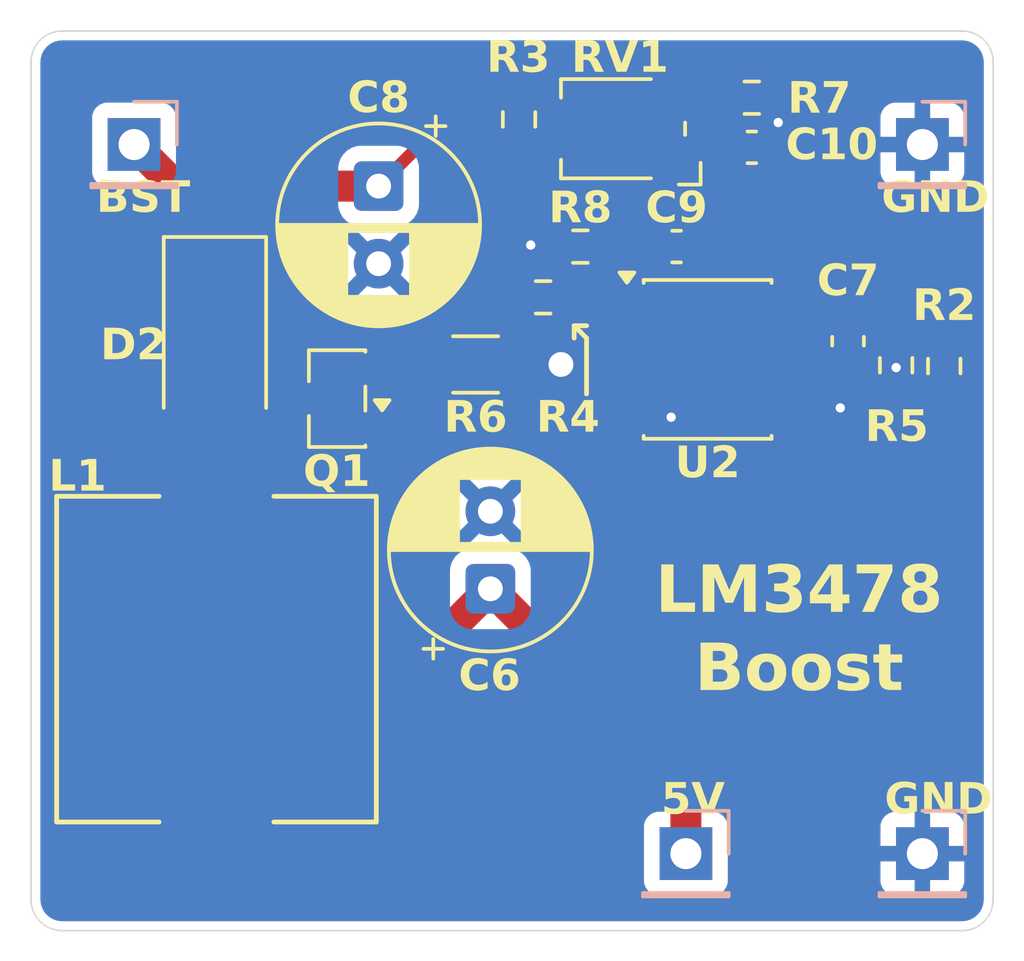
<source format=kicad_pcb>
(kicad_pcb (version 20241229) (generator "pcbnew") (generator_version "9.0")
  (title_block (title "Boost Converter Dev Board") (date "2025-11-28") (rev "2"))
  (layers (0 "F.Cu" signal) (2 "B.Cu" signal) (13 "F.Paste" user) (15 "B.Paste" user) (5 "F.SilkS" user "F.Silkscreen") (7 "B.SilkS" user "B.Silkscreen") (1 "F.Mask" user) (3 "B.Mask" user) (25 "Edge.Cuts" user))
  (net 0 "")
  (net 1 "GND")
  (net 2 "+5V")
  (net 3 "+50V")
  (net 4 "/VIN")
  (net 5 "Net-(R3-Pad2)")
  (net 6 "/COMP")
  (net 7 "/FB")
  (net 8 "/SW_NODE")
  (net 9 "/G_DR")
  (net 10 "/SRC")
  (net 11 "/I_SEN")
  (net 12 "Net-(C9-Pad2)")
  (net 13 "/FA")
  (footprint "Capacitor_THT:CP_Radial_D6.3mm_P2.50mm" (layer "F.Cu") (at 155.2 75 -90)
    (property "Reference" "C8" (at -2.8 0 0) (layer "F.SilkS") (effects (font (thickness 0.2) (bold yes))))
    (property "Value" "22u" (hide yes))
    (fp_line (start 1.49 1.04) (end 1.49 3.221) (stroke (width 0.12)) (layer "F.SilkS"))
    (fp_line (start 1.53 1.04) (end 1.53 3.218) (stroke (width 0.12)) (layer "F.SilkS"))
    (fp_line (start 1.57 1.04) (end 1.57 3.214) (stroke (width 0.12)) (layer "F.SilkS"))
    (fp_line (start 1.61 1.04) (end 1.61 3.21) (stroke (width 0.12)) (layer "F.SilkS"))
    (fp_line (start 1.65 1.04) (end 1.65 3.205) (stroke (width 0.12)) (layer "F.SilkS"))
    (fp_line (start 1.69 1.04) (end 1.69 3.2) (stroke (width 0.12)) (layer "F.SilkS"))
    (fp_line (start 1.73 1.04) (end 1.73 3.195) (stroke (width 0.12)) (layer "F.SilkS"))
    (fp_line (start 1.77 1.04) (end 1.77 3.188) (stroke (width 0.12)) (layer "F.SilkS"))
    (fp_line (start 1.81 1.04) (end 1.81 3.182) (stroke (width 0.12)) (layer "F.SilkS"))
    (fp_line (start 1.85 1.04) (end 1.85 3.174) (stroke (width 0.12)) (layer "F.SilkS"))
    (fp_line (start 1.89 1.04) (end 1.89 3.167) (stroke (width 0.12)) (layer "F.SilkS"))
    (fp_line (start 1.93 1.04) (end 1.93 3.159) (stroke (width 0.12)) (layer "F.SilkS"))
    (fp_line (start 1.97 1.04) (end 1.97 3.15) (stroke (width 0.12)) (layer "F.SilkS"))
    (fp_line (start 2.01 1.04) (end 2.01 3.14) (stroke (width 0.12)) (layer "F.SilkS"))
    (fp_line (start 2.05 1.04) (end 2.05 3.131) (stroke (width 0.12)) (layer "F.SilkS"))
    (fp_line (start 2.09 1.04) (end 2.09 3.12) (stroke (width 0.12)) (layer "F.SilkS"))
    (fp_line (start 2.13 1.04) (end 2.13 3.109) (stroke (width 0.12)) (layer "F.SilkS"))
    (fp_line (start 2.17 1.04) (end 2.17 3.098) (stroke (width 0.12)) (layer "F.SilkS"))
    (fp_line (start 2.21 1.04) (end 2.21 3.086) (stroke (width 0.12)) (layer "F.SilkS"))
    (fp_line (start 2.25 1.04) (end 2.25 3.073) (stroke (width 0.12)) (layer "F.SilkS"))
    (fp_line (start 2.29 1.04) (end 2.29 3.06) (stroke (width 0.12)) (layer "F.SilkS"))
    (fp_line (start 2.33 1.04) (end 2.33 3.047) (stroke (width 0.12)) (layer "F.SilkS"))
    (fp_line (start 2.37 1.04) (end 2.37 3.032) (stroke (width 0.12)) (layer "F.SilkS"))
    (fp_line (start 2.41 1.04) (end 2.41 3.017) (stroke (width 0.12)) (layer "F.SilkS"))
    (fp_line (start 2.45 1.04) (end 2.45 3.002) (stroke (width 0.12)) (layer "F.SilkS"))
    (fp_line (start 2.49 1.04) (end 2.49 2.986) (stroke (width 0.12)) (layer "F.SilkS"))
    (fp_line (start 2.53 1.04) (end 2.53 2.969) (stroke (width 0.12)) (layer "F.SilkS"))
    (fp_line (start 2.57 1.04) (end 2.57 2.952) (stroke (width 0.12)) (layer "F.SilkS"))
    (fp_line (start 2.61 1.04) (end 2.61 2.934) (stroke (width 0.12)) (layer "F.SilkS"))
    (fp_line (start 2.65 1.04) (end 2.65 2.915) (stroke (width 0.12)) (layer "F.SilkS"))
    (fp_line (start 2.69 1.04) (end 2.69 2.896) (stroke (width 0.12)) (layer "F.SilkS"))
    (fp_line (start 2.73 1.04) (end 2.73 2.876) (stroke (width 0.12)) (layer "F.SilkS"))
    (fp_line (start 2.77 1.04) (end 2.77 2.855) (stroke (width 0.12)) (layer "F.SilkS"))
    (fp_line (start 2.81 1.04) (end 2.81 2.834) (stroke (width 0.12)) (layer "F.SilkS"))
    (fp_line (start 2.85 1.04) (end 2.85 2.812) (stroke (width 0.12)) (layer "F.SilkS"))
    (fp_line (start 2.89 1.04) (end 2.89 2.789) (stroke (width 0.12)) (layer "F.SilkS"))
    (fp_line (start 2.93 1.04) (end 2.93 2.765) (stroke (width 0.12)) (layer "F.SilkS"))
    (fp_line (start 2.97 1.04) (end 2.97 2.741) (stroke (width 0.12)) (layer "F.SilkS"))
    (fp_line (start 3.01 1.04) (end 3.01 2.716) (stroke (width 0.12)) (layer "F.SilkS"))
    (fp_line (start 3.05 1.04) (end 3.05 2.69) (stroke (width 0.12)) (layer "F.SilkS"))
    (fp_line (start 3.09 1.04) (end 3.09 2.663) (stroke (width 0.12)) (layer "F.SilkS"))
    (fp_line (start 3.13 1.04) (end 3.13 2.636) (stroke (width 0.12)) (layer "F.SilkS"))
    (fp_line (start 3.17 1.04) (end 3.17 2.607) (stroke (width 0.12)) (layer "F.SilkS"))
    (fp_line (start 3.21 1.04) (end 3.21 2.577) (stroke (width 0.12)) (layer "F.SilkS"))
    (fp_line (start 3.25 1.04) (end 3.25 2.547) (stroke (width 0.12)) (layer "F.SilkS"))
    (fp_line (start 3.29 1.04) (end 3.29 2.516) (stroke (width 0.12)) (layer "F.SilkS"))
    (fp_line (start 3.33 1.04) (end 3.33 2.483) (stroke (width 0.12)) (layer "F.SilkS"))
    (fp_line (start 3.37 1.04) (end 3.37 2.45) (stroke (width 0.12)) (layer "F.SilkS"))
    (fp_line (start 3.41 1.04) (end 3.41 2.415) (stroke (width 0.12)) (layer "F.SilkS"))
    (fp_line (start 3.45 1.04) (end 3.45 2.379) (stroke (width 0.12)) (layer "F.SilkS"))
    (fp_line (start 3.49 1.04) (end 3.49 2.342) (stroke (width 0.12)) (layer "F.SilkS"))
    (fp_line (start 3.53 1.04) (end 3.53 2.304) (stroke (width 0.12)) (layer "F.SilkS"))
    (fp_line (start 4.49 -0.402) (end 4.49 0.402) (stroke (width 0.12)) (layer "F.SilkS"))
    (fp_line (start 4.45 -0.633) (end 4.45 0.633) (stroke (width 0.12)) (layer "F.SilkS"))
    (fp_line (start 4.41 -0.801) (end 4.41 0.801) (stroke (width 0.12)) (layer "F.SilkS"))
    (fp_line (start 4.37 -0.939) (end 4.37 0.939) (stroke (width 0.12)) (layer "F.SilkS"))
    (fp_line (start 4.33 -1.058) (end 4.33 1.058) (stroke (width 0.12)) (layer "F.SilkS"))
    (fp_line (start 4.29 -1.165) (end 4.29 1.165) (stroke (width 0.12)) (layer "F.SilkS"))
    (fp_line (start 4.25 -1.261) (end 4.25 1.261) (stroke (width 0.12)) (layer "F.SilkS"))
    (fp_line (start 4.21 -1.35) (end 4.21 1.35) (stroke (width 0.12)) (layer "F.SilkS"))
    (fp_line (start 4.17 -1.432) (end 4.17 1.432) (stroke (width 0.12)) (layer "F.SilkS"))
    (fp_line (start 4.13 -1.509) (end 4.13 1.509) (stroke (width 0.12)) (layer "F.SilkS"))
    (fp_line (start 4.09 -1.581) (end 4.09 1.581) (stroke (width 0.12)) (layer "F.SilkS"))
    (fp_line (start 4.05 -1.649) (end 4.05 1.649) (stroke (width 0.12)) (layer "F.SilkS"))
    (fp_line (start 4.01 -1.714) (end 4.01 1.714) (stroke (width 0.12)) (layer "F.SilkS"))
    (fp_line (start 3.97 -1.775) (end 3.97 1.775) (stroke (width 0.12)) (layer "F.SilkS"))
    (fp_line (start 3.93 -1.834) (end 3.93 1.834) (stroke (width 0.12)) (layer "F.SilkS"))
    (fp_line (start -2.250241 -1.839) (end -1.620241 -1.839) (stroke (width 0.12)) (layer "F.SilkS"))
    (fp_line (start 3.89 -1.89) (end 3.89 1.89) (stroke (width 0.12)) (layer "F.SilkS"))
    (fp_line (start 3.85 -1.943) (end 3.85 1.943) (stroke (width 0.12)) (layer "F.SilkS"))
    (fp_line (start 3.81 -1.995) (end 3.81 1.995) (stroke (width 0.12)) (layer "F.SilkS"))
    (fp_line (start 3.77 -2.044) (end 3.77 2.044) (stroke (width 0.12)) (layer "F.SilkS"))
    (fp_line (start 3.73 -2.091) (end 3.73 2.091) (stroke (width 0.12)) (layer "F.SilkS"))
    (fp_line (start 3.69 -2.137) (end 3.69 2.137) (stroke (width 0.12)) (layer "F.SilkS"))
    (fp_line (start -1.935241 -2.154) (end -1.935241 -1.524) (stroke (width 0.12)) (layer "F.SilkS"))
    (fp_line (start 3.65 -2.181) (end 3.65 2.181) (stroke (width 0.12)) (layer "F.SilkS"))
    (fp_line (start 3.61 -2.223) (end 3.61 2.223) (stroke (width 0.12)) (layer "F.SilkS"))
    (fp_line (start 3.57 -2.264) (end 3.57 2.264) (stroke (width 0.12)) (layer "F.SilkS"))
    (fp_line (start 3.53 -2.304) (end 3.53 -1.04) (stroke (width 0.12)) (layer "F.SilkS"))
    (fp_line (start 3.49 -2.342) (end 3.49 -1.04) (stroke (width 0.12)) (layer "F.SilkS"))
    (fp_line (start 3.45 -2.379) (end 3.45 -1.04) (stroke (width 0.12)) (layer "F.SilkS"))
    (fp_line (start 3.41 -2.415) (end 3.41 -1.04) (stroke (width 0.12)) (layer "F.SilkS"))
    (fp_line (start 3.37 -2.45) (end 3.37 -1.04) (stroke (width 0.12)) (layer "F.SilkS"))
    (fp_line (start 3.33 -2.483) (end 3.33 -1.04) (stroke (width 0.12)) (layer "F.SilkS"))
    (fp_line (start 3.29 -2.516) (end 3.29 -1.04) (stroke (width 0.12)) (layer "F.SilkS"))
    (fp_line (start 3.25 -2.547) (end 3.25 -1.04) (stroke (width 0.12)) (layer "F.SilkS"))
    (fp_line (start 3.21 -2.577) (end 3.21 -1.04) (stroke (width 0.12)) (layer "F.SilkS"))
    (fp_line (start 3.17 -2.607) (end 3.17 -1.04) (stroke (width 0.12)) (layer "F.SilkS"))
    (fp_line (start 3.13 -2.636) (end 3.13 -1.04) (stroke (width 0.12)) (layer "F.SilkS"))
    (fp_line (start 3.09 -2.663) (end 3.09 -1.04) (stroke (width 0.12)) (layer "F.SilkS"))
    (fp_line (start 3.05 -2.69) (end 3.05 -1.04) (stroke (width 0.12)) (layer "F.SilkS"))
    (fp_line (start 3.01 -2.716) (end 3.01 -1.04) (stroke (width 0.12)) (layer "F.SilkS"))
    (fp_line (start 2.97 -2.741) (end 2.97 -1.04) (stroke (width 0.12)) (layer "F.SilkS"))
    (fp_line (start 2.93 -2.765) (end 2.93 -1.04) (stroke (width 0.12)) (layer "F.SilkS"))
    (fp_line (start 2.89 -2.789) (end 2.89 -1.04) (stroke (width 0.12)) (layer "F.SilkS"))
    (fp_line (start 2.85 -2.812) (end 2.85 -1.04) (stroke (width 0.12)) (layer "F.SilkS"))
    (fp_line (start 2.81 -2.834) (end 2.81 -1.04) (stroke (width 0.12)) (layer "F.SilkS"))
    (fp_line (start 2.77 -2.855) (end 2.77 -1.04) (stroke (width 0.12)) (layer "F.SilkS"))
    (fp_line (start 2.73 -2.876) (end 2.73 -1.04) (stroke (width 0.12)) (layer "F.SilkS"))
    (fp_line (start 2.69 -2.896) (end 2.69 -1.04) (stroke (width 0.12)) (layer "F.SilkS"))
    (fp_line (start 2.65 -2.915) (end 2.65 -1.04) (stroke (width 0.12)) (layer "F.SilkS"))
    (fp_line (start 2.61 -2.934) (end 2.61 -1.04) (stroke (width 0.12)) (layer "F.SilkS"))
    (fp_line (start 2.57 -2.952) (end 2.57 -1.04) (stroke (width 0.12)) (layer "F.SilkS"))
    (fp_line (start 2.53 -2.969) (end 2.53 -1.04) (stroke (width 0.12)) (layer "F.SilkS"))
    (fp_line (start 2.49 -2.986) (end 2.49 -1.04) (stroke (width 0.12)) (layer "F.SilkS"))
    (fp_line (start 2.45 -3.002) (end 2.45 -1.04) (stroke (width 0.12)) (layer "F.SilkS"))
    (fp_line (start 2.41 -3.017) (end 2.41 -1.04) (stroke (width 0.12)) (layer "F.SilkS"))
    (fp_line (start 2.37 -3.032) (end 2.37 -1.04) (stroke (width 0.12)) (layer "F.SilkS"))
    (fp_line (start 2.33 -3.047) (end 2.33 -1.04) (stroke (width 0.12)) (layer "F.SilkS"))
    (fp_line (start 2.29 -3.06) (end 2.29 -1.04) (stroke (width 0.12)) (layer "F.SilkS"))
    (fp_line (start 2.25 -3.073) (end 2.25 -1.04) (stroke (width 0.12)) (layer "F.SilkS"))
    (fp_line (start 2.21 -3.086) (end 2.21 -1.04) (stroke (width 0.12)) (layer "F.SilkS"))
    (fp_line (start 2.17 -3.098) (end 2.17 -1.04) (stroke (width 0.12)) (layer "F.SilkS"))
    (fp_line (start 2.13 -3.109) (end 2.13 -1.04) (stroke (width 0.12)) (layer "F.SilkS"))
    (fp_line (start 2.09 -3.12) (end 2.09 -1.04) (stroke (width 0.12)) (layer "F.SilkS"))
    (fp_line (start 2.05 -3.131) (end 2.05 -1.04) (stroke (width 0.12)) (layer "F.SilkS"))
    (fp_line (start 2.01 -3.14) (end 2.01 -1.04) (stroke (width 0.12)) (layer "F.SilkS"))
    (fp_line (start 1.97 -3.15) (end 1.97 -1.04) (stroke (width 0.12)) (layer "F.SilkS"))
    (fp_line (start 1.93 -3.159) (end 1.93 -1.04) (stroke (width 0.12)) (layer "F.SilkS"))
    (fp_line (start 1.89 -3.167) (end 1.89 -1.04) (stroke (width 0.12)) (layer "F.SilkS"))
    (fp_line (start 1.85 -3.174) (end 1.85 -1.04) (stroke (width 0.12)) (layer "F.SilkS"))
    (fp_line (start 1.81 -3.182) (end 1.81 -1.04) (stroke (width 0.12)) (layer "F.SilkS"))
    (fp_line (start 1.77 -3.188) (end 1.77 -1.04) (stroke (width 0.12)) (layer "F.SilkS"))
    (fp_line (start 1.73 -3.195) (end 1.73 -1.04) (stroke (width 0.12)) (layer "F.SilkS"))
    (fp_line (start 1.69 -3.2) (end 1.69 -1.04) (stroke (width 0.12)) (layer "F.SilkS"))
    (fp_line (start 1.65 -3.205) (end 1.65 -1.04) (stroke (width 0.12)) (layer "F.SilkS"))
    (fp_line (start 1.61 -3.21) (end 1.61 -1.04) (stroke (width 0.12)) (layer "F.SilkS"))
    (fp_line (start 1.57 -3.214) (end 1.57 -1.04) (stroke (width 0.12)) (layer "F.SilkS"))
    (fp_line (start 1.53 -3.218) (end 1.53 -1.04) (stroke (width 0.12)) (layer "F.SilkS"))
    (fp_line (start 1.49 -3.221) (end 1.49 -1.04) (stroke (width 0.12)) (layer "F.SilkS"))
    (fp_line (start 1.45 -3.224) (end 1.45 3.224) (stroke (width 0.12)) (layer "F.SilkS"))
    (fp_line (start 1.41 -3.226) (end 1.41 3.226) (stroke (width 0.12)) (layer "F.SilkS"))
    (fp_line (start 1.37 -3.228) (end 1.37 3.228) (stroke (width 0.12)) (layer "F.SilkS"))
    (fp_line (start 1.33 -3.229) (end 1.33 3.229) (stroke (width 0.12)) (layer "F.SilkS"))
    (fp_line (start 1.25 -3.23) (end 1.25 3.23) (stroke (width 0.12)) (layer "F.SilkS"))
    (fp_line (start 1.29 -3.23) (end 1.29 3.23) (stroke (width 0.12)) (layer "F.SilkS"))
    (fp_circle (center 1.25 0) (end 4.52 0) (stroke (width 0.12)) (fill no) (layer "F.SilkS"))
    (pad "1" thru_hole roundrect (at 0 0 270) (size 1.6 1.6) (drill 0.8) (layers "*.Cu" "*.Mask") (roundrect_rratio 0.15625) (net 3 "+50V"))
    (pad "2" thru_hole circle (at 2.5 0 270) (size 1.6 1.6) (drill 0.8) (layers "*.Cu" "*.Mask") (net 1 "GND"))
  )
  (footprint "Capacitor_THT:CP_Radial_D6.3mm_P2.50mm" (layer "F.Cu") (at 158.8 87.98238 90)
    (property "Reference" "C6" (at -2.85 -0.025 0) (layer "F.SilkS") (effects (font (thickness 0.2) (bold yes))))
    (property "Value" "22u" (hide yes))
    (fp_line (start 1.29 -3.23) (end 1.29 3.23) (stroke (width 0.12)) (layer "F.SilkS"))
    (fp_line (start 1.25 -3.23) (end 1.25 3.23) (stroke (width 0.12)) (layer "F.SilkS"))
    (fp_line (start 1.33 -3.229) (end 1.33 3.229) (stroke (width 0.12)) (layer "F.SilkS"))
    (fp_line (start 1.37 -3.228) (end 1.37 3.228) (stroke (width 0.12)) (layer "F.SilkS"))
    (fp_line (start 1.41 -3.226) (end 1.41 3.226) (stroke (width 0.12)) (layer "F.SilkS"))
    (fp_line (start 1.45 -3.224) (end 1.45 3.224) (stroke (width 0.12)) (layer "F.SilkS"))
    (fp_line (start 1.49 -3.221) (end 1.49 -1.04) (stroke (width 0.12)) (layer "F.SilkS"))
    (fp_line (start 1.53 -3.218) (end 1.53 -1.04) (stroke (width 0.12)) (layer "F.SilkS"))
    (fp_line (start 1.57 -3.214) (end 1.57 -1.04) (stroke (width 0.12)) (layer "F.SilkS"))
    (fp_line (start 1.61 -3.21) (end 1.61 -1.04) (stroke (width 0.12)) (layer "F.SilkS"))
    (fp_line (start 1.65 -3.205) (end 1.65 -1.04) (stroke (width 0.12)) (layer "F.SilkS"))
    (fp_line (start 1.69 -3.2) (end 1.69 -1.04) (stroke (width 0.12)) (layer "F.SilkS"))
    (fp_line (start 1.73 -3.195) (end 1.73 -1.04) (stroke (width 0.12)) (layer "F.SilkS"))
    (fp_line (start 1.77 -3.188) (end 1.77 -1.04) (stroke (width 0.12)) (layer "F.SilkS"))
    (fp_line (start 1.81 -3.182) (end 1.81 -1.04) (stroke (width 0.12)) (layer "F.SilkS"))
    (fp_line (start 1.85 -3.174) (end 1.85 -1.04) (stroke (width 0.12)) (layer "F.SilkS"))
    (fp_line (start 1.89 -3.167) (end 1.89 -1.04) (stroke (width 0.12)) (layer "F.SilkS"))
    (fp_line (start 1.93 -3.159) (end 1.93 -1.04) (stroke (width 0.12)) (layer "F.SilkS"))
    (fp_line (start 1.97 -3.15) (end 1.97 -1.04) (stroke (width 0.12)) (layer "F.SilkS"))
    (fp_line (start 2.01 -3.14) (end 2.01 -1.04) (stroke (width 0.12)) (layer "F.SilkS"))
    (fp_line (start 2.05 -3.131) (end 2.05 -1.04) (stroke (width 0.12)) (layer "F.SilkS"))
    (fp_line (start 2.09 -3.12) (end 2.09 -1.04) (stroke (width 0.12)) (layer "F.SilkS"))
    (fp_line (start 2.13 -3.109) (end 2.13 -1.04) (stroke (width 0.12)) (layer "F.SilkS"))
    (fp_line (start 2.17 -3.098) (end 2.17 -1.04) (stroke (width 0.12)) (layer "F.SilkS"))
    (fp_line (start 2.21 -3.086) (end 2.21 -1.04) (stroke (width 0.12)) (layer "F.SilkS"))
    (fp_line (start 2.25 -3.073) (end 2.25 -1.04) (stroke (width 0.12)) (layer "F.SilkS"))
    (fp_line (start 2.29 -3.06) (end 2.29 -1.04) (stroke (width 0.12)) (layer "F.SilkS"))
    (fp_line (start 2.33 -3.047) (end 2.33 -1.04) (stroke (width 0.12)) (layer "F.SilkS"))
    (fp_line (start 2.37 -3.032) (end 2.37 -1.04) (stroke (width 0.12)) (layer "F.SilkS"))
    (fp_line (start 2.41 -3.017) (end 2.41 -1.04) (stroke (width 0.12)) (layer "F.SilkS"))
    (fp_line (start 2.45 -3.002) (end 2.45 -1.04) (stroke (width 0.12)) (layer "F.SilkS"))
    (fp_line (start 2.49 -2.986) (end 2.49 -1.04) (stroke (width 0.12)) (layer "F.SilkS"))
    (fp_line (start 2.53 -2.969) (end 2.53 -1.04) (stroke (width 0.12)) (layer "F.SilkS"))
    (fp_line (start 2.57 -2.952) (end 2.57 -1.04) (stroke (width 0.12)) (layer "F.SilkS"))
    (fp_line (start 2.61 -2.934) (end 2.61 -1.04) (stroke (width 0.12)) (layer "F.SilkS"))
    (fp_line (start 2.65 -2.915) (end 2.65 -1.04) (stroke (width 0.12)) (layer "F.SilkS"))
    (fp_line (start 2.69 -2.896) (end 2.69 -1.04) (stroke (width 0.12)) (layer "F.SilkS"))
    (fp_line (start 2.73 -2.876) (end 2.73 -1.04) (stroke (width 0.12)) (layer "F.SilkS"))
    (fp_line (start 2.77 -2.855) (end 2.77 -1.04) (stroke (width 0.12)) (layer "F.SilkS"))
    (fp_line (start 2.81 -2.834) (end 2.81 -1.04) (stroke (width 0.12)) (layer "F.SilkS"))
    (fp_line (start 2.85 -2.812) (end 2.85 -1.04) (stroke (width 0.12)) (layer "F.SilkS"))
    (fp_line (start 2.89 -2.789) (end 2.89 -1.04) (stroke (width 0.12)) (layer "F.SilkS"))
    (fp_line (start 2.93 -2.765) (end 2.93 -1.04) (stroke (width 0.12)) (layer "F.SilkS"))
    (fp_line (start 2.97 -2.741) (end 2.97 -1.04) (stroke (width 0.12)) (layer "F.SilkS"))
    (fp_line (start 3.01 -2.716) (end 3.01 -1.04) (stroke (width 0.12)) (layer "F.SilkS"))
    (fp_line (start 3.05 -2.69) (end 3.05 -1.04) (stroke (width 0.12)) (layer "F.SilkS"))
    (fp_line (start 3.09 -2.663) (end 3.09 -1.04) (stroke (width 0.12)) (layer "F.SilkS"))
    (fp_line (start 3.13 -2.636) (end 3.13 -1.04) (stroke (width 0.12)) (layer "F.SilkS"))
    (fp_line (start 3.17 -2.607) (end 3.17 -1.04) (stroke (width 0.12)) (layer "F.SilkS"))
    (fp_line (start 3.21 -2.577) (end 3.21 -1.04) (stroke (width 0.12)) (layer "F.SilkS"))
    (fp_line (start 3.25 -2.547) (end 3.25 -1.04) (stroke (width 0.12)) (layer "F.SilkS"))
    (fp_line (start 3.29 -2.516) (end 3.29 -1.04) (stroke (width 0.12)) (layer "F.SilkS"))
    (fp_line (start 3.33 -2.483) (end 3.33 -1.04) (stroke (width 0.12)) (layer "F.SilkS"))
    (fp_line (start 3.37 -2.45) (end 3.37 -1.04) (stroke (width 0.12)) (layer "F.SilkS"))
    (fp_line (start 3.41 -2.415) (end 3.41 -1.04) (stroke (width 0.12)) (layer "F.SilkS"))
    (fp_line (start 3.45 -2.379) (end 3.45 -1.04) (stroke (width 0.12)) (layer "F.SilkS"))
    (fp_line (start 3.49 -2.342) (end 3.49 -1.04) (stroke (width 0.12)) (layer "F.SilkS"))
    (fp_line (start 3.53 -2.304) (end 3.53 -1.04) (stroke (width 0.12)) (layer "F.SilkS"))
    (fp_line (start 3.57 -2.264) (end 3.57 2.264) (stroke (width 0.12)) (layer "F.SilkS"))
    (fp_line (start 3.61 -2.223) (end 3.61 2.223) (stroke (width 0.12)) (layer "F.SilkS"))
    (fp_line (start 3.65 -2.181) (end 3.65 2.181) (stroke (width 0.12)) (layer "F.SilkS"))
    (fp_line (start -1.935241 -2.154) (end -1.935241 -1.524) (stroke (width 0.12)) (layer "F.SilkS"))
    (fp_line (start 3.69 -2.137) (end 3.69 2.137) (stroke (width 0.12)) (layer "F.SilkS"))
    (fp_line (start 3.73 -2.091) (end 3.73 2.091) (stroke (width 0.12)) (layer "F.SilkS"))
    (fp_line (start 3.77 -2.044) (end 3.77 2.044) (stroke (width 0.12)) (layer "F.SilkS"))
    (fp_line (start 3.81 -1.995) (end 3.81 1.995) (stroke (width 0.12)) (layer "F.SilkS"))
    (fp_line (start 3.85 -1.943) (end 3.85 1.943) (stroke (width 0.12)) (layer "F.SilkS"))
    (fp_line (start 3.89 -1.89) (end 3.89 1.89) (stroke (width 0.12)) (layer "F.SilkS"))
    (fp_line (start -2.250241 -1.839) (end -1.620241 -1.839) (stroke (width 0.12)) (layer "F.SilkS"))
    (fp_line (start 3.93 -1.834) (end 3.93 1.834) (stroke (width 0.12)) (layer "F.SilkS"))
    (fp_line (start 3.97 -1.775) (end 3.97 1.775) (stroke (width 0.12)) (layer "F.SilkS"))
    (fp_line (start 4.01 -1.714) (end 4.01 1.714) (stroke (width 0.12)) (layer "F.SilkS"))
    (fp_line (start 4.05 -1.649) (end 4.05 1.649) (stroke (width 0.12)) (layer "F.SilkS"))
    (fp_line (start 4.09 -1.581) (end 4.09 1.581) (stroke (width 0.12)) (layer "F.SilkS"))
    (fp_line (start 4.13 -1.509) (end 4.13 1.509) (stroke (width 0.12)) (layer "F.SilkS"))
    (fp_line (start 4.17 -1.432) (end 4.17 1.432) (stroke (width 0.12)) (layer "F.SilkS"))
    (fp_line (start 4.21 -1.35) (end 4.21 1.35) (stroke (width 0.12)) (layer "F.SilkS"))
    (fp_line (start 4.25 -1.261) (end 4.25 1.261) (stroke (width 0.12)) (layer "F.SilkS"))
    (fp_line (start 4.29 -1.165) (end 4.29 1.165) (stroke (width 0.12)) (layer "F.SilkS"))
    (fp_line (start 4.33 -1.058) (end 4.33 1.058) (stroke (width 0.12)) (layer "F.SilkS"))
    (fp_line (start 4.37 -0.939) (end 4.37 0.939) (stroke (width 0.12)) (layer "F.SilkS"))
    (fp_line (start 4.41 -0.801) (end 4.41 0.801) (stroke (width 0.12)) (layer "F.SilkS"))
    (fp_line (start 4.45 -0.633) (end 4.45 0.633) (stroke (width 0.12)) (layer "F.SilkS"))
    (fp_line (start 4.49 -0.402) (end 4.49 0.402) (stroke (width 0.12)) (layer "F.SilkS"))
    (fp_line (start 3.53 1.04) (end 3.53 2.304) (stroke (width 0.12)) (layer "F.SilkS"))
    (fp_line (start 3.49 1.04) (end 3.49 2.342) (stroke (width 0.12)) (layer "F.SilkS"))
    (fp_line (start 3.45 1.04) (end 3.45 2.379) (stroke (width 0.12)) (layer "F.SilkS"))
    (fp_line (start 3.41 1.04) (end 3.41 2.415) (stroke (width 0.12)) (layer "F.SilkS"))
    (fp_line (start 3.37 1.04) (end 3.37 2.45) (stroke (width 0.12)) (layer "F.SilkS"))
    (fp_line (start 3.33 1.04) (end 3.33 2.483) (stroke (width 0.12)) (layer "F.SilkS"))
    (fp_line (start 3.29 1.04) (end 3.29 2.516) (stroke (width 0.12)) (layer "F.SilkS"))
    (fp_line (start 3.25 1.04) (end 3.25 2.547) (stroke (width 0.12)) (layer "F.SilkS"))
    (fp_line (start 3.21 1.04) (end 3.21 2.577) (stroke (width 0.12)) (layer "F.SilkS"))
    (fp_line (start 3.17 1.04) (end 3.17 2.607) (stroke (width 0.12)) (layer "F.SilkS"))
    (fp_line (start 3.13 1.04) (end 3.13 2.636) (stroke (width 0.12)) (layer "F.SilkS"))
    (fp_line (start 3.09 1.04) (end 3.09 2.663) (stroke (width 0.12)) (layer "F.SilkS"))
    (fp_line (start 3.05 1.04) (end 3.05 2.69) (stroke (width 0.12)) (layer "F.SilkS"))
    (fp_line (start 3.01 1.04) (end 3.01 2.716) (stroke (width 0.12)) (layer "F.SilkS"))
    (fp_line (start 2.97 1.04) (end 2.97 2.741) (stroke (width 0.12)) (layer "F.SilkS"))
    (fp_line (start 2.93 1.04) (end 2.93 2.765) (stroke (width 0.12)) (layer "F.SilkS"))
    (fp_line (start 2.89 1.04) (end 2.89 2.789) (stroke (width 0.12)) (layer "F.SilkS"))
    (fp_line (start 2.85 1.04) (end 2.85 2.812) (stroke (width 0.12)) (layer "F.SilkS"))
    (fp_line (start 2.81 1.04) (end 2.81 2.834) (stroke (width 0.12)) (layer "F.SilkS"))
    (fp_line (start 2.77 1.04) (end 2.77 2.855) (stroke (width 0.12)) (layer "F.SilkS"))
    (fp_line (start 2.73 1.04) (end 2.73 2.876) (stroke (width 0.12)) (layer "F.SilkS"))
    (fp_line (start 2.69 1.04) (end 2.69 2.896) (stroke (width 0.12)) (layer "F.SilkS"))
    (fp_line (start 2.65 1.04) (end 2.65 2.915) (stroke (width 0.12)) (layer "F.SilkS"))
    (fp_line (start 2.61 1.04) (end 2.61 2.934) (stroke (width 0.12)) (layer "F.SilkS"))
    (fp_line (start 2.57 1.04) (end 2.57 2.952) (stroke (width 0.12)) (layer "F.SilkS"))
    (fp_line (start 2.53 1.04) (end 2.53 2.969) (stroke (width 0.12)) (layer "F.SilkS"))
    (fp_line (start 2.49 1.04) (end 2.49 2.986) (stroke (width 0.12)) (layer "F.SilkS"))
    (fp_line (start 2.45 1.04) (end 2.45 3.002) (stroke (width 0.12)) (layer "F.SilkS"))
    (fp_line (start 2.41 1.04) (end 2.41 3.017) (stroke (width 0.12)) (layer "F.SilkS"))
    (fp_line (start 2.37 1.04) (end 2.37 3.032) (stroke (width 0.12)) (layer "F.SilkS"))
    (fp_line (start 2.33 1.04) (end 2.33 3.047) (stroke (width 0.12)) (layer "F.SilkS"))
    (fp_line (start 2.29 1.04) (end 2.29 3.06) (stroke (width 0.12)) (layer "F.SilkS"))
    (fp_line (start 2.25 1.04) (end 2.25 3.073) (stroke (width 0.12)) (layer "F.SilkS"))
    (fp_line (start 2.21 1.04) (end 2.21 3.086) (stroke (width 0.12)) (layer "F.SilkS"))
    (fp_line (start 2.17 1.04) (end 2.17 3.098) (stroke (width 0.12)) (layer "F.SilkS"))
    (fp_line (start 2.13 1.04) (end 2.13 3.109) (stroke (width 0.12)) (layer "F.SilkS"))
    (fp_line (start 2.09 1.04) (end 2.09 3.12) (stroke (width 0.12)) (layer "F.SilkS"))
    (fp_line (start 2.05 1.04) (end 2.05 3.131) (stroke (width 0.12)) (layer "F.SilkS"))
    (fp_line (start 2.01 1.04) (end 2.01 3.14) (stroke (width 0.12)) (layer "F.SilkS"))
    (fp_line (start 1.97 1.04) (end 1.97 3.15) (stroke (width 0.12)) (layer "F.SilkS"))
    (fp_line (start 1.93 1.04) (end 1.93 3.159) (stroke (width 0.12)) (layer "F.SilkS"))
    (fp_line (start 1.89 1.04) (end 1.89 3.167) (stroke (width 0.12)) (layer "F.SilkS"))
    (fp_line (start 1.85 1.04) (end 1.85 3.174) (stroke (width 0.12)) (layer "F.SilkS"))
    (fp_line (start 1.81 1.04) (end 1.81 3.182) (stroke (width 0.12)) (layer "F.SilkS"))
    (fp_line (start 1.77 1.04) (end 1.77 3.188) (stroke (width 0.12)) (layer "F.SilkS"))
    (fp_line (start 1.73 1.04) (end 1.73 3.195) (stroke (width 0.12)) (layer "F.SilkS"))
    (fp_line (start 1.69 1.04) (end 1.69 3.2) (stroke (width 0.12)) (layer "F.SilkS"))
    (fp_line (start 1.65 1.04) (end 1.65 3.205) (stroke (width 0.12)) (layer "F.SilkS"))
    (fp_line (start 1.61 1.04) (end 1.61 3.21) (stroke (width 0.12)) (layer "F.SilkS"))
    (fp_line (start 1.57 1.04) (end 1.57 3.214) (stroke (width 0.12)) (layer "F.SilkS"))
    (fp_line (start 1.53 1.04) (end 1.53 3.218) (stroke (width 0.12)) (layer "F.SilkS"))
    (fp_line (start 1.49 1.04) (end 1.49 3.221) (stroke (width 0.12)) (layer "F.SilkS"))
    (fp_circle (center 1.25 0) (end 4.52 0) (stroke (width 0.12)) (fill no) (layer "F.SilkS"))
    (pad "1" thru_hole roundrect (at 0 0 90) (size 1.6 1.6) (drill 0.8) (layers "*.Cu" "*.Mask") (roundrect_rratio 0.15625) (net 2 "+5V"))
    (pad "2" thru_hole circle (at 2.5 0 90) (size 1.6 1.6) (drill 0.8) (layers "*.Cu" "*.Mask") (net 1 "GND"))
  )
  (footprint "Resistor_SMD:R_0603_1608Metric" (layer "F.Cu") (at 173.425 80.8 90)
    (property "Reference" "R2" (at 1.9 0 180) (layer "F.SilkS") (effects (font (thickness 0.153) (bold yes))))
    (property "Value" "22" (hide yes))
    (fp_line (start -0.237258 -0.5225) (end 0.237258 -0.5225) (stroke (width 0.12)) (layer "F.SilkS"))
    (fp_line (start -0.237258 0.5225) (end 0.237258 0.5225) (stroke (width 0.12)) (layer "F.SilkS"))
    (pad "1" smd roundrect (at -0.825 0 90) (size 0.8 0.95) (layers "F.Cu" "F.Mask" "F.Paste") (net 2 "+5V"))
    (pad "2" smd roundrect (at 0.825 0 90) (size 0.8 0.95) (layers "F.Cu" "F.Mask" "F.Paste") (net 4 "/VIN"))
  )
  (footprint "Capacitor_SMD:C_0603_1608Metric" (layer "F.Cu") (at 164.8 76.95 180)
    (property "Reference" "C9" (at 0 1.2 0) (layer "F.SilkS") (effects (font (thickness 0.153) (bold yes))))
    (property "Value" "82p" (hide yes))
    (fp_line (start -0.14058 0.51) (end 0.14058 0.51) (stroke (width 0.12)) (layer "F.SilkS"))
    (fp_line (start -0.14058 -0.51) (end 0.14058 -0.51) (stroke (width 0.12)) (layer "F.SilkS"))
    (pad "1" smd roundrect (at -0.775 0 180) (size 0.9 0.95) (layers "F.Cu" "F.Mask" "F.Paste") (net 6 "/COMP"))
    (pad "2" smd roundrect (at 0.775 0 180) (size 0.9 0.95) (layers "F.Cu" "F.Mask" "F.Paste") (net 12 "Net-(C9-Pad2)"))
  )
  (footprint "Resistor_SMD:R_0603_1608Metric" (layer "F.Cu") (at 159.725 72.85 -90)
    (property "Reference" "R3" (at -1.95 0.025 0) (layer "F.SilkS") (effects (font (thickness 0.153) (bold yes))))
    (property "Value" "33k" (hide yes))
    (fp_line (start -0.237258 0.5225) (end 0.237258 0.5225) (stroke (width 0.12)) (layer "F.SilkS"))
    (fp_line (start -0.237258 -0.5225) (end 0.237258 -0.5225) (stroke (width 0.12)) (layer "F.SilkS"))
    (pad "1" smd roundrect (at -0.825 0 270) (size 0.8 0.95) (layers "F.Cu" "F.Mask" "F.Paste") (net 3 "+50V"))
    (pad "2" smd roundrect (at 0.825 0 270) (size 0.8 0.95) (layers "F.Cu" "F.Mask" "F.Paste") (net 5 "Net-(R3-Pad2)"))
  )
  (footprint "Package_SO:SOIC-8_3.9x4.9mm_P1.27mm" (layer "F.Cu") (at 165.8 80.585)
    (property "Reference" "U2" (at 0 3.382989 0) (layer "F.SilkS") (effects (font (thickness 0.153) (bold yes))))
    (property "Value" "LM3478MA" (hide yes))
    (fp_line (start -2.06 -2.56) (end 2.06 -2.56) (stroke (width 0.12)) (layer "F.SilkS"))
    (fp_line (start -2.06 -2.465) (end -2.06 -2.56) (stroke (width 0.12)) (layer "F.SilkS"))
    (fp_line (start -2.06 2.56) (end -2.06 2.465) (stroke (width 0.12)) (layer "F.SilkS"))
    (fp_line (start 2.06 -2.56) (end 2.06 -2.465) (stroke (width 0.12)) (layer "F.SilkS"))
    (fp_line (start 2.06 2.465) (end 2.06 2.56) (stroke (width 0.12)) (layer "F.SilkS"))
    (fp_line (start 2.06 2.56) (end -2.06 2.56) (stroke (width 0.12)) (layer "F.SilkS"))
    (fp_poly (pts (xy -2.6 -2.47) (xy -2.84 -2.8) (xy -2.36 -2.8)) (stroke (width 0.12)) (fill yes) (layer "F.SilkS"))
    (pad "1" smd roundrect (at -2.475 -1.905) (size 1.95 0.6) (layers "F.Cu" "F.Mask" "F.Paste") (net 11 "/I_SEN"))
    (pad "2" smd roundrect (at -2.475 -0.635) (size 1.95 0.6) (layers "F.Cu" "F.Mask" "F.Paste") (net 6 "/COMP"))
    (pad "3" smd roundrect (at -2.475 0.635) (size 1.95 0.6) (layers "F.Cu" "F.Mask" "F.Paste") (net 7 "/FB"))
    (pad "4" smd roundrect (at -2.475 1.905) (size 1.95 0.6) (layers "F.Cu" "F.Mask" "F.Paste") (net 1 "GND"))
    (pad "5" smd roundrect (at 2.475 1.905) (size 1.95 0.6) (layers "F.Cu" "F.Mask" "F.Paste") (net 1 "GND"))
    (pad "6" smd roundrect (at 2.475 0.635) (size 1.95 0.6) (layers "F.Cu" "F.Mask" "F.Paste") (net 9 "/G_DR"))
    (pad "7" smd roundrect (at 2.475 -0.635) (size 1.95 0.6) (layers "F.Cu" "F.Mask" "F.Paste") (net 13 "/FA"))
    (pad "8" smd roundrect (at 2.475 -1.905) (size 1.95 0.6) (layers "F.Cu" "F.Mask" "F.Paste") (net 4 "/VIN"))
  )
  (footprint "Resistor_SMD:R_0603_1608Metric" (layer "F.Cu") (at 167.225 72.15)
    (property "Reference" "R7" (at 2.175 0.067989 0) (layer "F.SilkS") (effects (font (thickness 0.153) (bold yes))))
    (property "Value" "1k" (hide yes))
    (fp_line (start -0.237258 -0.5225) (end 0.237258 -0.5225) (stroke (width 0.12)) (layer "F.SilkS"))
    (fp_line (start -0.237258 0.5225) (end 0.237258 0.5225) (stroke (width 0.12)) (layer "F.SilkS"))
    (pad "1" smd roundrect (at -0.825 0) (size 0.8 0.95) (layers "F.Cu" "F.Mask" "F.Paste") (net 7 "/FB"))
    (pad "2" smd roundrect (at 0.825 0) (size 0.8 0.95) (layers "F.Cu" "F.Mask" "F.Paste") (net 1 "GND"))
  )
  (footprint "CustomFootprints:Chilisin SCDS105R" (layer "F.Cu") (at 149.975 90.25 180)
    (property "Reference" "L1" (at 4.475 5.85 0) (layer "F.SilkS") (effects (font (thickness 0.153) (bold yes))))
    (property "Value" "56u" (hide yes))
    (fp_line (start 5.15 5.25) (end 5.15 -5.25) (stroke (width 0.153)) (layer "F.SilkS"))
    (fp_line (start 5.15 5.25) (end 1.85 5.25) (stroke (width 0.153)) (layer "F.SilkS"))
    (fp_line (start 5.15 -5.25) (end 1.85 -5.25) (stroke (width 0.153)) (layer "F.SilkS"))
    (fp_line (start -5.15 5.25) (end -1.85 5.25) (stroke (width 0.153)) (layer "F.SilkS"))
    (fp_line (start -5.15 -5.25) (end -1.85 -5.25) (stroke (width 0.153)) (layer "F.SilkS"))
    (fp_line (start -5.15 -5.25) (end -5.15 5.25) (stroke (width 0.153)) (layer "F.SilkS"))
    (pad "1" smd roundrect (at 0 -4.95 180) (size 3.2 2.5) (layers "F.Cu" "F.Mask" "F.Paste") (roundrect_rratio 0.15) (net 2 "+5V"))
    (pad "2" smd roundrect (at 0 4.95 180) (size 3.2 2.5) (layers "F.Cu" "F.Mask" "F.Paste") (roundrect_rratio 0.15) (net 8 "/SW_NODE"))
  )
  (footprint "Resistor_SMD:R_0603_1608Metric" (layer "F.Cu") (at 171.875 80.775 -90)
    (property "Reference" "R5" (at 2.025 -0.02 180) (layer "F.SilkS") (effects (font (thickness 0.153) (bold yes))))
    (property "Value" "33k" (hide yes))
    (fp_line (start -0.237258 0.5225) (end 0.237258 0.5225) (stroke (width 0.12)) (layer "F.SilkS"))
    (fp_line (start -0.237258 -0.5225) (end 0.237258 -0.5225) (stroke (width 0.12)) (layer "F.SilkS"))
    (pad "1" smd roundrect (at -0.825 0 270) (size 0.8 0.95) (layers "F.Cu" "F.Mask" "F.Paste") (net 13 "/FA"))
    (pad "2" smd roundrect (at 0.825 0 270) (size 0.8 0.95) (layers "F.Cu" "F.Mask" "F.Paste") (net 1 "GND"))
  )
  (footprint "Resistor_SMD:R_0603_1608Metric" (layer "F.Cu") (at 161.7 76.95 180)
    (property "Reference" "R8" (at 0 1.2 0) (layer "F.SilkS") (effects (font (thickness 0.153) (bold yes))))
    (property "Value" "1k" (hide yes))
    (fp_line (start -0.237258 0.5225) (end 0.237258 0.5225) (stroke (width 0.12)) (layer "F.SilkS"))
    (fp_line (start -0.237258 -0.5225) (end 0.237258 -0.5225) (stroke (width 0.12)) (layer "F.SilkS"))
    (pad "1" smd roundrect (at -0.825 0 180) (size 0.8 0.95) (layers "F.Cu" "F.Mask" "F.Paste") (net 12 "Net-(C9-Pad2)"))
    (pad "2" smd roundrect (at 0.825 0 180) (size 0.8 0.95) (layers "F.Cu" "F.Mask" "F.Paste") (net 1 "GND"))
  )
  (footprint "Resistor_SMD:R_0603_1608Metric" (layer "F.Cu") (at 160.5 78.585 180)
    (property "Reference" "R4" (at -0.8 -3.915 0) (layer "F.SilkS") (effects (font (thickness 0.153) (bold yes))))
    (property "Value" "422" (hide yes))
    (fp_line (start -0.237258 0.5225) (end 0.237258 0.5225) (stroke (width 0.12)) (layer "F.SilkS"))
    (fp_line (start -0.237258 -0.5225) (end 0.237258 -0.5225) (stroke (width 0.12)) (layer "F.SilkS"))
    (pad "1" smd roundrect (at -0.825 0 180) (size 0.8 0.95) (layers "F.Cu" "F.Mask" "F.Paste") (net 11 "/I_SEN"))
    (pad "2" smd roundrect (at 0.825 0 180) (size 0.8 0.95) (layers "F.Cu" "F.Mask" "F.Paste") (net 10 "/SRC"))
  )
  (footprint "Resistor_SMD:R_1206_3216Metric" (layer "F.Cu") (at 158.325 80.75)
    (property "Reference" "R6" (at 0 1.75 0) (layer "F.SilkS") (effects (font (thickness 0.153) (bold yes))))
    (property "Value" "140m" (hide yes))
    (fp_line (start -0.727064 -0.91) (end 0.727064 -0.91) (stroke (width 0.12)) (layer "F.SilkS"))
    (fp_line (start -0.727064 0.91) (end 0.727064 0.91) (stroke (width 0.12)) (layer "F.SilkS"))
    (pad "1" smd roundrect (at -1.4625 0) (size 1.125 1.75) (layers "F.Cu" "F.Mask" "F.Paste") (roundrect_rratio 0.222222) (net 10 "/SRC"))
    (pad "2" smd roundrect (at 1.4625 0) (size 1.125 1.75) (layers "F.Cu" "F.Mask" "F.Paste") (roundrect_rratio 0.222222) (net 1 "GND"))
  )
  (footprint "Package_TO_SOT_SMD:SOT-23-3" (layer "F.Cu") (at 153.8625 81.85 180)
    (property "Reference" "Q1" (at 0.0125 -2.4 0) (layer "F.SilkS") (effects (font (thickness 0.153) (bold yes))))
    (property "Value" "G1003B-23" (hide yes))
    (fp_line (start 0.91 1.56) (end -0.91 1.56) (stroke (width 0.12)) (layer "F.SilkS"))
    (fp_line (start 0.91 0.56) (end 0.91 1.56) (stroke (width 0.12)) (layer "F.SilkS"))
    (fp_line (start 0.91 -1.56) (end 0.91 -0.56) (stroke (width 0.12)) (layer "F.SilkS"))
    (fp_line (start -0.91 1.56) (end -0.91 1.51) (stroke (width 0.12)) (layer "F.SilkS"))
    (fp_line (start -0.91 0.39) (end -0.91 -0.39) (stroke (width 0.12)) (layer "F.SilkS"))
    (fp_line (start -0.91 -1.51) (end -0.91 -1.56) (stroke (width 0.12)) (layer "F.SilkS"))
    (fp_line (start -0.91 -1.56) (end 0.91 -1.56) (stroke (width 0.12)) (layer "F.SilkS"))
    (fp_poly (pts (xy -1.45 -0.38) (xy -1.21 -0.05) (xy -1.69 -0.05)) (stroke (width 0.12)) (fill yes) (layer "F.SilkS"))
    (pad "1" smd roundrect (at -1.1375 -0.95 180) (size 1.325 0.6) (layers "F.Cu" "F.Mask" "F.Paste") (net 9 "/G_DR"))
    (pad "2" smd roundrect (at -1.1375 0.95 180) (size 1.325 0.6) (layers "F.Cu" "F.Mask" "F.Paste") (net 10 "/SRC"))
    (pad "3" smd roundrect (at 1.1375 0 180) (size 1.325 0.6) (layers "F.Cu" "F.Mask" "F.Paste") (net 8 "/SW_NODE"))
  )
  (footprint "Capacitor_SMD:C_0603_1608Metric" (layer "F.Cu") (at 167.225 73.75)
    (property "Reference" "C10" (at 2.575 -0.032011 0) (layer "F.SilkS") (effects (font (thickness 0.153) (bold yes))))
    (property "Value" "100p" (hide yes))
    (fp_line (start -0.14058 -0.51) (end 0.14058 -0.51) (stroke (width 0.12)) (layer "F.SilkS"))
    (fp_line (start -0.14058 0.51) (end 0.14058 0.51) (stroke (width 0.12)) (layer "F.SilkS"))
    (pad "1" smd roundrect (at -0.775 0) (size 0.9 0.95) (layers "F.Cu" "F.Mask" "F.Paste") (net 7 "/FB"))
    (pad "2" smd roundrect (at 0.775 0) (size 0.9 0.95) (layers "F.Cu" "F.Mask" "F.Paste") (net 1 "GND"))
  )
  (footprint "Diode_SMD:D_SMA" (layer "F.Cu") (at 149.925 80.15 -90)
    (property "Reference" "D2" (at 0.017989 2.625 180) (layer "F.SilkS") (effects (font (thickness 0.153) (bold yes))))
    (property "Value" "SS310A" (hide yes))
    (fp_line (start -3.51 1.65) (end 2 1.65) (stroke (width 0.12)) (layer "F.SilkS"))
    (fp_line (start -3.51 -1.65) (end -3.51 1.65) (stroke (width 0.12)) (layer "F.SilkS"))
    (fp_line (start -3.51 -1.65) (end 2 -1.65) (stroke (width 0.12)) (layer "F.SilkS"))
    (pad "1" smd roundrect (at -2 0 270) (size 2.5 1.8) (layers "F.Cu" "F.Mask" "F.Paste") (roundrect_rratio 0.1388888889) (net 3 "+50V"))
    (pad "2" smd roundrect (at 2 0 270) (size 2.5 1.8) (layers "F.Cu" "F.Mask" "F.Paste") (roundrect_rratio 0.1388888889) (net 8 "/SW_NODE"))
  )
  (footprint "Capacitor_SMD:C_0603_1608Metric" (layer "F.Cu") (at 170.325 80 -90)
    (property "Reference" "C7" (at -1.9 0 180) (layer "F.SilkS") (effects (font (thickness 0.153) (bold yes))))
    (property "Value" "100n" (hide yes))
    (fp_line (start -0.14058 0.51) (end 0.14058 0.51) (stroke (width 0.12)) (layer "F.SilkS"))
    (fp_line (start -0.14058 -0.51) (end 0.14058 -0.51) (stroke (width 0.12)) (layer "F.SilkS"))
    (pad "1" smd roundrect (at -0.775 0 270) (size 0.9 0.95) (layers "F.Cu" "F.Mask" "F.Paste") (net 4 "/VIN"))
    (pad "2" smd roundrect (at 0.775 0 270) (size 0.9 0.95) (layers "F.Cu" "F.Mask" "F.Paste") (net 1 "GND"))
  )
  (footprint "CustomFootprints:Potentiometer_Bourns_TC33X_Vertical" (layer "F.Cu") (at 162.975 73.15 180)
    (property "Reference" "RV1" (at 0 2.25 180) (layer "F.SilkS") (effects (font (thickness 0.153) (bold yes))))
    (property "Value" "0-10k" (hide yes))
    (fp_line (start 1.9 1.6) (end 1.9 1) (stroke (width 0.12)) (layer "F.SilkS"))
    (fp_line (start 1.9 -1.6) (end 1.9 -1) (stroke (width 0.12)) (layer "F.SilkS"))
    (fp_line (start -1 1.6) (end 1.9 1.6) (stroke (width 0.12)) (layer "F.SilkS"))
    (fp_line (start -1 -1.6) (end 1.9 -1.6) (stroke (width 0.12)) (layer "F.SilkS"))
    (fp_line (start -1.9 -1.8) (end -2.6 -1.8) (stroke (width 0.12)) (layer "F.SilkS"))
    (fp_line (start -2.1 -0.2) (end -2.1 0.2) (stroke (width 0.12)) (layer "F.SilkS"))
    (fp_line (start -2.6 -1.8) (end -2.6 -1.1) (stroke (width 0.12)) (layer "F.SilkS"))
    (pad "1" smd rect (at -1.8 -1 180) (size 1.2 1.2) (layers "F.Cu" "F.Mask" "F.Paste") (net 5 "Net-(R3-Pad2)"))
    (pad "2" smd rect (at 1.45 0 180) (size 1.5 1.6) (layers "F.Cu" "F.Mask" "F.Paste") (net 5 "Net-(R3-Pad2)"))
    (pad "3" smd rect (at -1.8 1 180) (size 1.2 1.2) (layers "F.Cu" "F.Mask" "F.Paste") (net 7 "/FB"))
  )
  (footprint "Connector_PinHeader_2.54mm:PinHeader_1x01_P2.54mm_Vertical" (layer "B.Cu") (at 165.1 96.52 180)
    (property "Reference" "J1" (hide yes))
    (property "Value" "Conn_01x01_Pin" (hide yes))
    (fp_line (start 1.38 -1.27) (end 1.38 -1.38) (stroke (width 0.12)) (layer "B.SilkS"))
    (fp_line (start -1.38 1.38) (end 0 1.38) (stroke (width 0.12)) (layer "B.SilkS"))
    (fp_line (start -1.38 0) (end -1.38 1.38) (stroke (width 0.12)) (layer "B.SilkS"))
    (fp_line (start -1.38 -1.27) (end 1.38 -1.27) (stroke (width 0.12)) (layer "B.SilkS"))
    (fp_line (start -1.38 -1.27) (end -1.38 -1.38) (stroke (width 0.12)) (layer "B.SilkS"))
    (fp_line (start -1.38 -1.38) (end 1.38 -1.38) (stroke (width 0.12)) (layer "B.SilkS"))
    (pad "1" thru_hole rect (at 0 0 180) (size 1.7 1.7) (drill 1) (layers "*.Cu" "*.Mask") (net 2 "+5V"))
  )
  (footprint "Connector_PinHeader_2.54mm:PinHeader_1x01_P2.54mm_Vertical" (layer "B.Cu") (at 147.32 73.66 180)
    (property "Reference" "J5" (hide yes))
    (property "Value" "Conn_01x01_Pin" (hide yes))
    (fp_line (start 1.38 -1.27) (end 1.38 -1.38) (stroke (width 0.12)) (layer "B.SilkS"))
    (fp_line (start -1.38 1.38) (end 0 1.38) (stroke (width 0.12)) (layer "B.SilkS"))
    (fp_line (start -1.38 0) (end -1.38 1.38) (stroke (width 0.12)) (layer "B.SilkS"))
    (fp_line (start -1.38 -1.27) (end 1.38 -1.27) (stroke (width 0.12)) (layer "B.SilkS"))
    (fp_line (start -1.38 -1.27) (end -1.38 -1.38) (stroke (width 0.12)) (layer "B.SilkS"))
    (fp_line (start -1.38 -1.38) (end 1.38 -1.38) (stroke (width 0.12)) (layer "B.SilkS"))
    (pad "1" thru_hole rect (at 0 0 180) (size 1.7 1.7) (drill 1) (layers "*.Cu" "*.Mask") (net 3 "+50V"))
  )
  (footprint "Connector_PinHeader_2.54mm:PinHeader_1x01_P2.54mm_Vertical" (layer "B.Cu") (at 172.72 73.66 180)
    (property "Reference" "J4" (hide yes))
    (property "Value" "Conn_01x01_Pin" (hide yes))
    (fp_line (start 1.38 -1.27) (end 1.38 -1.38) (stroke (width 0.12)) (layer "B.SilkS"))
    (fp_line (start -1.38 1.38) (end 0 1.38) (stroke (width 0.12)) (layer "B.SilkS"))
    (fp_line (start -1.38 0) (end -1.38 1.38) (stroke (width 0.12)) (layer "B.SilkS"))
    (fp_line (start -1.38 -1.27) (end 1.38 -1.27) (stroke (width 0.12)) (layer "B.SilkS"))
    (fp_line (start -1.38 -1.27) (end -1.38 -1.38) (stroke (width 0.12)) (layer "B.SilkS"))
    (fp_line (start -1.38 -1.38) (end 1.38 -1.38) (stroke (width 0.12)) (layer "B.SilkS"))
    (pad "1" thru_hole rect (at 0 0 180) (size 1.7 1.7) (drill 1) (layers "*.Cu" "*.Mask") (net 1 "GND"))
  )
  (footprint "Connector_PinHeader_2.54mm:PinHeader_1x01_P2.54mm_Vertical" (layer "B.Cu") (at 172.72 96.52 180)
    (property "Reference" "J6" (hide yes))
    (property "Value" "Conn_01x01_Pin" (hide yes))
    (fp_line (start 1.38 -1.27) (end 1.38 -1.38) (stroke (width 0.12)) (layer "B.SilkS"))
    (fp_line (start -1.38 1.38) (end 0 1.38) (stroke (width 0.12)) (layer "B.SilkS"))
    (fp_line (start -1.38 0) (end -1.38 1.38) (stroke (width 0.12)) (layer "B.SilkS"))
    (fp_line (start -1.38 -1.27) (end 1.38 -1.27) (stroke (width 0.12)) (layer "B.SilkS"))
    (fp_line (start -1.38 -1.27) (end -1.38 -1.38) (stroke (width 0.12)) (layer "B.SilkS"))
    (fp_line (start -1.38 -1.38) (end 1.38 -1.38) (stroke (width 0.12)) (layer "B.SilkS"))
    (pad "1" thru_hole rect (at 0 0 180) (size 1.7 1.7) (drill 1) (layers "*.Cu" "*.Mask") (net 1 "GND"))
  )
  (gr_line (start 161.9 81.7) (end 161.9 79.9) (stroke (width 0.153)) (layer "F.SilkS"))
  (gr_line (start 161.5 79.5) (end 161.5 79.9) (stroke (width 0.153)) (layer "F.SilkS"))
  (gr_line (start 161.9 79.9) (end 161.5 79.5) (stroke (width 0.153)) (layer "F.SilkS"))
  (gr_line (start 161.5 79.5) (end 161.9 79.5) (stroke (width 0.153)) (layer "F.SilkS"))
  (gr_line (start 144 98) (end 144 71) (stroke (width 0.05)) (layer "Edge.Cuts"))
  (gr_line (start 145 70) (end 174 70) (stroke (width 0.05)) (layer "Edge.Cuts"))
  (gr_line (start 175 71) (end 175 98) (stroke (width 0.05)) (layer "Edge.Cuts"))
  (gr_arc (start 175 98) (mid 174.707107 98.707107) (end 174 99) (stroke (width 0.05)) (layer "Edge.Cuts"))
  (gr_arc (start 174 70) (mid 174.707107 70.292893) (end 175 71) (stroke (width 0.05)) (layer "Edge.Cuts"))
  (gr_arc (start 144 71) (mid 144.292893 70.292893) (end 145 70) (stroke (width 0.05)) (layer "Edge.Cuts"))
  (gr_arc (start 145 99) (mid 144.292893 98.707107) (end 144 98) (stroke (width 0.05)) (layer "Edge.Cuts"))
  (gr_line (start 174 99) (end 145 99) (stroke (width 0.05)) (layer "Edge.Cuts"))
  (gr_text "5V" (at 164.3 95.4 0) (layer "F.SilkS") (effects (font (size 1 1) (thickness 0.2) (bold yes)) (justify left bottom)))
  (gr_text "GND" (at 171.4 76 0) (layer "F.SilkS") (effects (font (size 1 1) (thickness 0.2) (bold yes)) (justify left bottom)))
  (gr_text "GND" (at 171.5 95.4 0) (layer "F.SilkS") (effects (font (size 1 1) (thickness 0.2) (bold yes)) (justify left bottom)))
  (gr_text "LM3478\nBoost" (at 168.75 91.5 0) (layer "F.SilkS") (effects (font (size 1.5 1.5) (thickness 0.2) (bold yes)) (justify bottom)))
  (gr_text "BST" (at 146.1 76 0) (layer "F.SilkS") (effects (font (size 1 1) (thickness 0.2) (bold yes)) (justify left bottom)))
  (segment (start 168.05 72.15) (end 168.05 72.925) (width 0.4) (layer "F.Cu") (net 1))
  (segment (start 168.05 72.925) (end 168.075 72.95) (width 0.4) (layer "F.Cu") (net 1))
  (segment (start 170.075 82.15) (end 170.325 81.9) (width 0.4) (layer "F.Cu") (net 1))
  (segment (start 168.075 73.675) (end 168 73.75) (width 0.4) (layer "F.Cu") (net 1))
  (segment (start 159.7875 80.75) (end 161.075 80.75) (width 0.8) (layer "F.Cu") (net 1))
  (segment (start 169.735 82.49) (end 168.275 82.49) (width 0.4) (layer "F.Cu") (net 1))
  (segment (start 171.875 81.6) (end 171.875 80.85) (width 0.2) (layer "F.Cu") (net 1))
  (segment (start 170.075 82.15) (end 169.735 82.49) (width 0.4) (layer "F.Cu") (net 1))
  (segment (start 168.075 72.95) (end 168.075 73.675) (width 0.4) (layer "F.Cu") (net 1))
  (segment (start 160.875 76.95) (end 160.15 76.95) (width 0.2) (layer "F.Cu") (net 1))
  (segment (start 164.585 82.49) (end 164.625 82.45) (width 0.4) (layer "F.Cu") (net 1))
  (segment (start 163.325 82.49) (end 164.585 82.49) (width 0.4) (layer "F.Cu") (net 1))
  (segment (start 160.15 76.95) (end 160.1 76.9) (width 0.2) (layer "F.Cu") (net 1))
  (segment (start 170.325 81.9) (end 170.325 80.775) (width 0.4) (layer "F.Cu") (net 1))
  (via (at 160.1 76.9) (size 0.6) (drill 0.3) (layers "F.Cu" "B.Cu") (net 1))
  (via (at 161.075 80.75) (size 1.4) (drill 0.8) (layers "F.Cu" "B.Cu") (net 1))
  (via (at 171.875 80.85) (size 0.6) (drill 0.3) (layers "F.Cu" "B.Cu") (net 1))
  (via (at 168.075 72.95) (size 0.6) (drill 0.3) (layers "F.Cu" "B.Cu") (net 1))
  (via (at 170.075 82.15) (size 0.6) (drill 0.3) (layers "F.Cu" "B.Cu") (net 1))
  (via (at 164.625 82.45) (size 0.6) (drill 0.3) (layers "F.Cu" "B.Cu") (net 1))
  (segment (start 173.425 81.625) (end 173.425 85.95738) (width 0.4) (layer "F.Cu") (net 2))
  (segment (start 149.975 95.2) (end 151.58238 95.2) (width 1) (layer "F.Cu") (net 2))
  (segment (start 151.58238 95.2) (end 158.8 87.98238) (width 1) (layer "F.Cu") (net 2))
  (segment (start 173.425 85.95738) (end 165.1 94.28238) (width 0.4) (layer "F.Cu") (net 2))
  (segment (start 165.1 94.28238) (end 158.8 87.98238) (width 1) (layer "F.Cu") (net 2))
  (segment (start 165.1 96.52) (end 165.1 94.28238) (width 1) (layer "F.Cu") (net 2))
  (segment (start 155.2 75) (end 150.2 75) (width 1) (layer "F.Cu") (net 3))
  (segment (start 149.925 75.275) (end 150.2 75) (width 1) (layer "F.Cu") (net 3))
  (segment (start 150.2 75) (end 148.66 75) (width 1) (layer "F.Cu") (net 3))
  (segment (start 149.925 78.15) (end 149.925 75.275) (width 1) (layer "F.Cu") (net 3))
  (segment (start 158.175 72.025) (end 155.2 75) (width 0.4) (layer "F.Cu") (net 3))
  (segment (start 159.725 72.025) (end 158.175 72.025) (width 0.4) (layer "F.Cu") (net 3))
  (segment (start 148.66 75) (end 147.32 73.66) (width 1) (layer "F.Cu") (net 3))
  (segment (start 170.5 79.05) (end 170.325 79.225) (width 0.4) (layer "F.Cu") (net 4))
  (segment (start 170.325 79.225) (end 169.78 78.68) (width 0.4) (layer "F.Cu") (net 4))
  (segment (start 173.425 79.975) (end 172.5 79.05) (width 0.4) (layer "F.Cu") (net 4))
  (segment (start 172.5 79.05) (end 170.5 79.05) (width 0.4) (layer "F.Cu") (net 4))
  (segment (start 169.78 78.68) (end 168.275 78.68) (width 0.4) (layer "F.Cu") (net 4))
  (segment (start 161 73.675) (end 161.525 73.15) (width 0.4) (layer "F.Cu") (net 5))
  (segment (start 164.775 74.15) (end 162.525 74.15) (width 0.4) (layer "F.Cu") (net 5))
  (segment (start 162.525 74.15) (end 161.525 73.15) (width 0.4) (layer "F.Cu") (net 5))
  (segment (start 159.85 73.55) (end 159.725 73.675) (width 0.4) (layer "F.Cu") (net 5))
  (segment (start 159.725 73.675) (end 161 73.675) (width 0.4) (layer "F.Cu") (net 5))
  (segment (start 165.575 78.674999) (end 164.299999 79.95) (width 0.2) (layer "F.Cu") (net 6))
  (segment (start 164.299999 79.95) (end 163.325 79.95) (width 0.2) (layer "F.Cu") (net 6))
  (segment (start 165.575 76.95) (end 165.575 78.674999) (width 0.2) (layer "F.Cu") (net 6))
  (segment (start 164.775 72.15) (end 166.4 72.15) (width 0.4) (layer "F.Cu") (net 7))
  (segment (start 164.605 81.22) (end 166.45 79.375) (width 0.4) (layer "F.Cu") (net 7))
  (segment (start 166.45 73.75) (end 166.45 79.375) (width 0.4) (layer "F.Cu") (net 7))
  (segment (start 163.325 81.22) (end 164.605 81.22) (width 0.4) (layer "F.Cu") (net 7))
  (segment (start 166.45 73.75) (end 166.45 72.2) (width 0.4) (layer "F.Cu") (net 7))
  (segment (start 166.45 72.2) (end 166.4 72.15) (width 0.4) (layer "F.Cu") (net 7))
  (segment (start 150.225 81.85) (end 149.925 82.15) (width 0.8) (layer "F.Cu") (net 8))
  (segment (start 149.925 82.15) (end 149.925 85.25) (width 1) (layer "F.Cu") (net 8))
  (segment (start 149.925 85.25) (end 149.975 85.3) (width 1) (layer "F.Cu") (net 8))
  (segment (start 152.725 81.85) (end 150.225 81.85) (width 0.8) (layer "F.Cu") (net 8))
  (segment (start 164.725 83.85) (end 167.355 81.22) (width 0.8) (layer "F.Cu") (net 9))
  (segment (start 155 82.8) (end 160.925 82.8) (width 0.8) (layer "F.Cu") (net 9))
  (segment (start 161.975 83.85) (end 164.725 83.85) (width 0.8) (layer "F.Cu") (net 9))
  (segment (start 160.925 82.8) (end 161.975 83.85) (width 0.8) (layer "F.Cu") (net 9))
  (segment (start 167.355 81.22) (end 168.275 81.22) (width 0.8) (layer "F.Cu") (net 9))
  (segment (start 157.54 78.585) (end 156.8625 79.2625) (width 0.4) (layer "F.Cu") (net 10))
  (segment (start 156.7125 80.9) (end 156.8625 80.75) (width 0.8) (layer "F.Cu") (net 10))
  (segment (start 156.8625 79.2625) (end 156.8625 80.75) (width 0.4) (layer "F.Cu") (net 10))
  (segment (start 155 80.9) (end 156.7125 80.9) (width 0.8) (layer "F.Cu") (net 10))
  (segment (start 159.675 78.585) (end 157.54 78.585) (width 0.4) (layer "F.Cu") (net 10))
  (segment (start 163.325 78.68) (end 161.42 78.68) (width 0.4) (layer "F.Cu") (net 11))
  (segment (start 161.42 78.68) (end 161.325 78.585) (width 0.4) (layer "F.Cu") (net 11))
  (segment (start 164.025 76.95) (end 162.525 76.95) (width 0.2) (layer "F.Cu") (net 12))
  (segment (start 168.275 79.95) (end 168.301 79.976) (width 0.2) (layer "F.Cu") (net 13))
  (segment (start 171.849 79.976) (end 171.875 79.95) (width 0.2) (layer "F.Cu") (net 13))
  (segment (start 168.301 79.976) (end 171.849 79.976) (width 0.2) (layer "F.Cu") (net 13))
  (zone (net 1) (net_name "GND") (layer "B.Cu") (priority 8) (connect_pads (clearance 0.5)) (min_thickness 0.25) (fill yes (thermal_gap 0.5) (thermal_bridge_width 0.5))
    (polygon (pts (xy 143 69) (xy 176 69) (xy 176 100) (xy 143 100)))
  )
)
</source>
